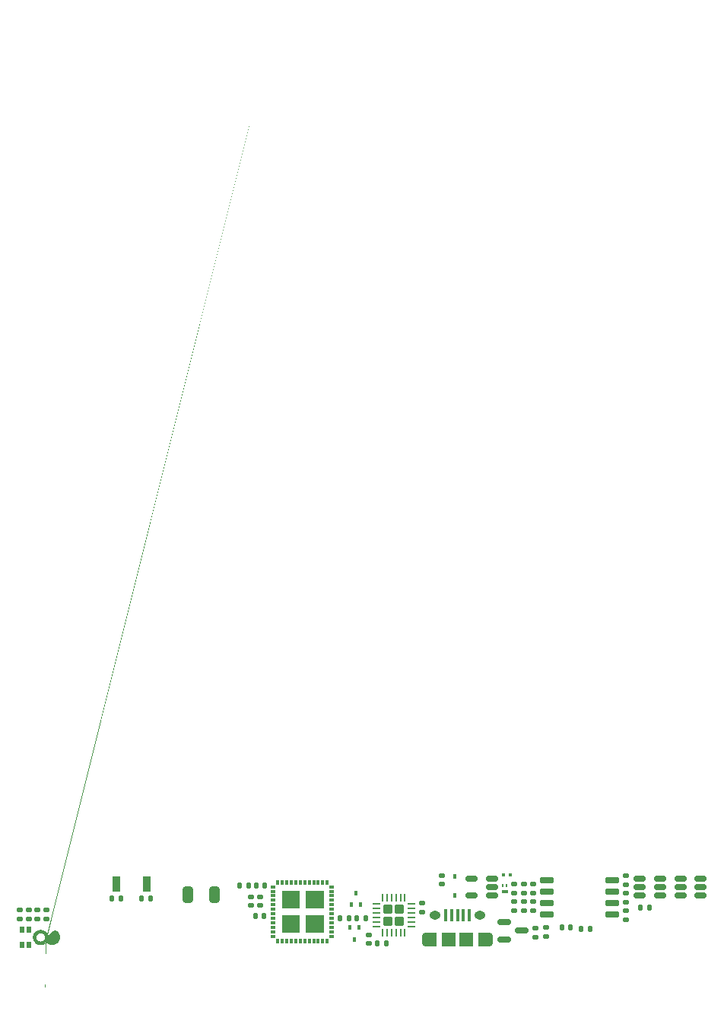
<source format=gbr>
%TF.GenerationSoftware,KiCad,Pcbnew,6.0.5-a6ca702e91~116~ubuntu22.04.1*%
%TF.CreationDate,2022-06-26T16:54:06-07:00*%
%TF.ProjectId,OSSG_v0p3,4f535347-5f76-4307-9033-2e6b69636164,v0.3*%
%TF.SameCoordinates,Original*%
%TF.FileFunction,Paste,Top*%
%TF.FilePolarity,Positive*%
%FSLAX46Y46*%
G04 Gerber Fmt 4.6, Leading zero omitted, Abs format (unit mm)*
G04 Created by KiCad (PCBNEW 6.0.5-a6ca702e91~116~ubuntu22.04.1) date 2022-06-26 16:54:06*
%MOMM*%
%LPD*%
G01*
G04 APERTURE LIST*
G04 Aperture macros list*
%AMRoundRect*
0 Rectangle with rounded corners*
0 $1 Rounding radius*
0 $2 $3 $4 $5 $6 $7 $8 $9 X,Y pos of 4 corners*
0 Add a 4 corners polygon primitive as box body*
4,1,4,$2,$3,$4,$5,$6,$7,$8,$9,$2,$3,0*
0 Add four circle primitives for the rounded corners*
1,1,$1+$1,$2,$3*
1,1,$1+$1,$4,$5*
1,1,$1+$1,$6,$7*
1,1,$1+$1,$8,$9*
0 Add four rect primitives between the rounded corners*
20,1,$1+$1,$2,$3,$4,$5,0*
20,1,$1+$1,$4,$5,$6,$7,0*
20,1,$1+$1,$6,$7,$8,$9,0*
20,1,$1+$1,$8,$9,$2,$3,0*%
%AMFreePoly0*
4,1,103,0.919391,0.822403,0.926250,0.818200,0.934269,0.817569,1.160851,0.702119,1.166075,0.696003,1.173507,0.692924,1.353325,0.513107,1.356403,0.505675,1.362519,0.500452,1.477969,0.273869,1.478600,0.265849,1.482803,0.258991,1.508245,0.098357,1.511543,0.091283,1.519917,0.075198,1.519565,0.074081,1.520059,0.073021,1.523152,0.002182,1.522358,0.000000,1.523152,-0.002182,
1.520059,-0.073021,1.519565,-0.074081,1.519917,-0.075198,1.511543,-0.091283,1.508245,-0.098357,1.482803,-0.258991,1.478600,-0.265849,1.477969,-0.273869,1.362519,-0.500452,1.356403,-0.505675,1.353325,-0.513107,1.173507,-0.692924,1.166075,-0.696003,1.160851,-0.702119,0.934269,-0.817569,0.926250,-0.818200,0.919391,-0.822403,0.668222,-0.862184,0.660400,-0.860306,0.652579,-0.862184,
0.401409,-0.822403,0.394551,-0.818200,0.386531,-0.817569,0.159948,-0.702119,0.154725,-0.696003,0.147293,-0.692925,-0.032524,-0.513107,-0.035603,-0.505675,-0.041719,-0.500451,-0.157169,-0.273869,-0.157800,-0.265850,-0.162003,-0.258991,-0.187445,-0.098355,-0.190741,-0.091288,-0.199117,-0.075198,-0.198765,-0.074081,-0.199259,-0.073021,-0.202352,-0.002181,-0.201558,0.000000,0.203023,0.000000,
0.225408,-0.141336,0.290375,-0.268841,0.391559,-0.370025,0.519062,-0.434992,0.660400,-0.457377,0.801736,-0.434992,0.929241,-0.370025,1.030425,-0.268841,1.095392,-0.141338,1.117777,0.000000,1.095392,0.141338,1.030425,0.268841,0.929241,0.370025,0.801736,0.434992,0.660400,0.457377,0.519062,0.434992,0.391559,0.370025,0.290375,0.268841,0.225408,0.141336,0.203023,0.000000,
-0.201558,0.000000,-0.202352,0.002181,-0.199259,0.073021,-0.198765,0.074081,-0.199117,0.075198,-0.190741,0.091288,-0.187445,0.098355,-0.162003,0.258991,-0.157800,0.265850,-0.157169,0.273869,-0.041719,0.500451,-0.035603,0.505675,-0.032524,0.513107,0.147293,0.692925,0.154725,0.696003,0.159948,0.702119,0.386531,0.817569,0.394551,0.818200,0.401409,0.822403,0.652579,0.862184,
0.660400,0.860306,0.668222,0.862184,0.919391,0.822403,0.919391,0.822403,$1*%
G04 Aperture macros list end*
%ADD10C,0.100000*%
%ADD11C,0.010000*%
%ADD12RoundRect,0.150000X0.512500X0.150000X-0.512500X0.150000X-0.512500X-0.150000X0.512500X-0.150000X0*%
%ADD13RoundRect,0.147500X-0.172500X0.147500X-0.172500X-0.147500X0.172500X-0.147500X0.172500X0.147500X0*%
%ADD14RoundRect,0.140000X0.170000X-0.140000X0.170000X0.140000X-0.170000X0.140000X-0.170000X-0.140000X0*%
%ADD15R,0.900000X1.700000*%
%ADD16R,0.400000X0.510000*%
%ADD17RoundRect,0.135000X0.135000X0.185000X-0.135000X0.185000X-0.135000X-0.185000X0.135000X-0.185000X0*%
%ADD18RoundRect,0.140000X-0.140000X-0.170000X0.140000X-0.170000X0.140000X0.170000X-0.140000X0.170000X0*%
%ADD19R,0.450000X0.600000*%
%ADD20RoundRect,0.140000X-0.170000X0.140000X-0.170000X-0.140000X0.170000X-0.140000X0.170000X0.140000X0*%
%ADD21RoundRect,0.135000X0.185000X-0.135000X0.185000X0.135000X-0.185000X0.135000X-0.185000X-0.135000X0*%
%ADD22RoundRect,0.250000X-0.325000X-0.650000X0.325000X-0.650000X0.325000X0.650000X-0.325000X0.650000X0*%
%ADD23R,0.522000X0.725000*%
%ADD24FreePoly0,180.000000*%
%ADD25RoundRect,0.140000X0.140000X0.170000X-0.140000X0.170000X-0.140000X-0.170000X0.140000X-0.170000X0*%
%ADD26RoundRect,0.079500X-0.079500X-0.100500X0.079500X-0.100500X0.079500X0.100500X-0.079500X0.100500X0*%
%ADD27RoundRect,0.014000X0.211000X0.161000X-0.211000X0.161000X-0.211000X-0.161000X0.211000X-0.161000X0*%
%ADD28RoundRect,0.014000X-0.161000X0.211000X-0.161000X-0.211000X0.161000X-0.211000X0.161000X0.211000X0*%
%ADD29RoundRect,0.014000X-0.211000X-0.161000X0.211000X-0.161000X0.211000X0.161000X-0.211000X0.161000X0*%
%ADD30RoundRect,0.014000X0.161000X-0.211000X0.161000X0.211000X-0.161000X0.211000X-0.161000X-0.211000X0*%
%ADD31RoundRect,0.135000X-0.185000X0.135000X-0.185000X-0.135000X0.185000X-0.135000X0.185000X0.135000X0*%
%ADD32O,1.250000X0.950000*%
%ADD33O,0.890000X1.550000*%
%ADD34R,0.400000X1.350000*%
%ADD35R,1.200000X1.550000*%
%ADD36R,1.500000X1.550000*%
%ADD37RoundRect,0.150000X0.650000X0.150000X-0.650000X0.150000X-0.650000X-0.150000X0.650000X-0.150000X0*%
%ADD38RoundRect,0.050000X-0.075000X0.150000X-0.075000X-0.150000X0.075000X-0.150000X0.075000X0.150000X0*%
%ADD39RoundRect,0.050000X-0.300000X0.150000X-0.300000X-0.150000X0.300000X-0.150000X0.300000X0.150000X0*%
%ADD40RoundRect,0.250000X0.275000X-0.275000X0.275000X0.275000X-0.275000X0.275000X-0.275000X-0.275000X0*%
%ADD41RoundRect,0.062500X0.062500X-0.350000X0.062500X0.350000X-0.062500X0.350000X-0.062500X-0.350000X0*%
%ADD42RoundRect,0.062500X0.350000X-0.062500X0.350000X0.062500X-0.350000X0.062500X-0.350000X-0.062500X0*%
%ADD43RoundRect,0.135000X-0.135000X-0.185000X0.135000X-0.185000X0.135000X0.185000X-0.135000X0.185000X0*%
%ADD44RoundRect,0.150000X-0.587500X-0.150000X0.587500X-0.150000X0.587500X0.150000X-0.587500X0.150000X0*%
G04 APERTURE END LIST*
%TO.C,U6*%
G36*
X85713769Y-81576981D02*
G01*
X85940352Y-81692431D01*
X86120169Y-81872248D01*
X86235619Y-82098831D01*
X86275400Y-82350000D01*
X86272307Y-82420840D01*
X85968667Y-82394275D01*
X85970600Y-82350000D01*
X85945737Y-82193019D01*
X85873581Y-82051405D01*
X85761195Y-81939019D01*
X85619581Y-81866863D01*
X85462600Y-81842000D01*
X85305619Y-81866863D01*
X85164005Y-81939019D01*
X85051619Y-82051405D01*
X84979463Y-82193019D01*
X84954600Y-82350000D01*
X84956533Y-82394275D01*
X84652893Y-82420840D01*
X84649800Y-82350000D01*
X84689581Y-82098831D01*
X84805031Y-81872248D01*
X84984848Y-81692431D01*
X85211431Y-81576981D01*
X85462600Y-81537200D01*
X85713769Y-81576981D01*
G37*
D10*
X85713769Y-81576981D02*
X85940352Y-81692431D01*
X86120169Y-81872248D01*
X86235619Y-82098831D01*
X86275400Y-82350000D01*
X86272307Y-82420840D01*
X85968667Y-82394275D01*
X85970600Y-82350000D01*
X85945737Y-82193019D01*
X85873581Y-82051405D01*
X85761195Y-81939019D01*
X85619581Y-81866863D01*
X85462600Y-81842000D01*
X85305619Y-81866863D01*
X85164005Y-81939019D01*
X85051619Y-82051405D01*
X84979463Y-82193019D01*
X84954600Y-82350000D01*
X84956533Y-82394275D01*
X84652893Y-82420840D01*
X84649800Y-82350000D01*
X84689581Y-82098831D01*
X84805031Y-81872248D01*
X84984848Y-81692431D01*
X85211431Y-81576981D01*
X85462600Y-81537200D01*
X85713769Y-81576981D01*
G36*
X86275400Y-82350000D02*
G01*
X86235619Y-82601169D01*
X86120169Y-82827752D01*
X85940352Y-83007569D01*
X85713769Y-83123019D01*
X85462600Y-83162800D01*
X85211431Y-83123019D01*
X84984848Y-83007569D01*
X84805031Y-82827752D01*
X84689581Y-82601169D01*
X84649800Y-82350000D01*
X84652893Y-82279160D01*
X84956533Y-82305725D01*
X84954600Y-82350000D01*
X84979463Y-82506981D01*
X85051619Y-82648595D01*
X85164005Y-82760981D01*
X85305619Y-82833137D01*
X85462600Y-82858000D01*
X85619581Y-82833137D01*
X85761195Y-82760981D01*
X85873581Y-82648595D01*
X85945737Y-82506981D01*
X85970600Y-82350000D01*
X85968667Y-82305725D01*
X86272307Y-82279160D01*
X86275400Y-82350000D01*
G37*
X86275400Y-82350000D02*
X86235619Y-82601169D01*
X86120169Y-82827752D01*
X85940352Y-83007569D01*
X85713769Y-83123019D01*
X85462600Y-83162800D01*
X85211431Y-83123019D01*
X84984848Y-83007569D01*
X84805031Y-82827752D01*
X84689581Y-82601169D01*
X84649800Y-82350000D01*
X84652893Y-82279160D01*
X84956533Y-82305725D01*
X84954600Y-82350000D01*
X84979463Y-82506981D01*
X85051619Y-82648595D01*
X85164005Y-82760981D01*
X85305619Y-82833137D01*
X85462600Y-82858000D01*
X85619581Y-82833137D01*
X85761195Y-82760981D01*
X85873581Y-82648595D01*
X85945737Y-82506981D01*
X85970600Y-82350000D01*
X85968667Y-82305725D01*
X86272307Y-82279160D01*
X86275400Y-82350000D01*
%TO.C,U1*%
G36*
X116955000Y-79105000D02*
G01*
X115045000Y-79105000D01*
X115045000Y-77195000D01*
X116955000Y-77195000D01*
X116955000Y-79105000D01*
G37*
D11*
X116955000Y-79105000D02*
X115045000Y-79105000D01*
X115045000Y-77195000D01*
X116955000Y-77195000D01*
X116955000Y-79105000D01*
G36*
X114255000Y-81805000D02*
G01*
X112345000Y-81805000D01*
X112345000Y-79895000D01*
X114255000Y-79895000D01*
X114255000Y-81805000D01*
G37*
X114255000Y-81805000D02*
X112345000Y-81805000D01*
X112345000Y-79895000D01*
X114255000Y-79895000D01*
X114255000Y-81805000D01*
G36*
X114255000Y-79105000D02*
G01*
X112345000Y-79105000D01*
X112345000Y-77195000D01*
X114255000Y-77195000D01*
X114255000Y-79105000D01*
G37*
X114255000Y-79105000D02*
X112345000Y-79105000D01*
X112345000Y-77195000D01*
X114255000Y-77195000D01*
X114255000Y-79105000D01*
G36*
X116955000Y-81805000D02*
G01*
X115045000Y-81805000D01*
X115045000Y-79895000D01*
X116955000Y-79895000D01*
X116955000Y-81805000D01*
G37*
X116955000Y-81805000D02*
X115045000Y-81805000D01*
X115045000Y-79895000D01*
X116955000Y-79895000D01*
X116955000Y-81805000D01*
%TD*%
D12*
%TO.C,Q1*%
X158981007Y-77745775D03*
X158981007Y-76795775D03*
X158981007Y-75845775D03*
X156706007Y-75845775D03*
X156706007Y-76795775D03*
X156706007Y-77745775D03*
%TD*%
D13*
%TO.C,D1*%
X140300000Y-76460000D03*
X140300000Y-77430000D03*
%TD*%
D14*
%TO.C,C18*%
X122000000Y-83080000D03*
X122000000Y-82120000D03*
%TD*%
D15*
%TO.C,SW1*%
X93900000Y-76400000D03*
X97300000Y-76400000D03*
%TD*%
D16*
%TO.C,Q3*%
X120074511Y-78754511D03*
X121074511Y-78754511D03*
X120574511Y-77464511D03*
%TD*%
D17*
%TO.C,R4*%
X153260000Y-79025000D03*
X152240000Y-79025000D03*
%TD*%
D18*
%TO.C,C1*%
X96745000Y-78065000D03*
X97705000Y-78065000D03*
%TD*%
D16*
%TO.C,Q2*%
X120915000Y-81305000D03*
X119915000Y-81305000D03*
X120415000Y-82595000D03*
%TD*%
D19*
%TO.C,D5*%
X131575000Y-75625000D03*
X131575000Y-77725000D03*
%TD*%
D20*
%TO.C,C16*%
X84150000Y-79340000D03*
X84150000Y-80300000D03*
%TD*%
D21*
%TO.C,R6*%
X86150000Y-80360000D03*
X86150000Y-79340000D03*
%TD*%
D14*
%TO.C,C7*%
X130150000Y-76455000D03*
X130150000Y-75495000D03*
%TD*%
D22*
%TO.C,AE1*%
X101867000Y-77612000D03*
X104817000Y-77612000D03*
%TD*%
D23*
%TO.C,U6*%
X83388600Y-83187747D03*
X84210600Y-83187747D03*
D24*
X86123000Y-82350000D03*
D23*
X84210600Y-81512253D03*
X83388600Y-81512253D03*
%TD*%
D25*
%TO.C,C4*%
X110360000Y-79980000D03*
X109400000Y-79980000D03*
%TD*%
D26*
%TO.C,R11*%
X137055000Y-75400000D03*
X137745000Y-75400000D03*
%TD*%
D12*
%TO.C,IC1*%
X154431007Y-77745775D03*
X154431007Y-76795775D03*
X154431007Y-75845775D03*
X152156007Y-75845775D03*
X152156007Y-76795775D03*
X152156007Y-77745775D03*
%TD*%
D27*
%TO.C,U1*%
X111385000Y-76750000D03*
X111385000Y-77250000D03*
X111385000Y-77750000D03*
X111385000Y-78250000D03*
X111385000Y-78750000D03*
X111385000Y-79250000D03*
X111385000Y-79750000D03*
X111385000Y-80250000D03*
X111385000Y-80750000D03*
X111385000Y-81250000D03*
X111385000Y-81750000D03*
X111385000Y-82250000D03*
D28*
X111900000Y-82765000D03*
X112400000Y-82765000D03*
X112900000Y-82765000D03*
X113400000Y-82765000D03*
X113900000Y-82765000D03*
X114400000Y-82765000D03*
X114900000Y-82765000D03*
X115400000Y-82765000D03*
X115900000Y-82765000D03*
X116400000Y-82765000D03*
X116900000Y-82765000D03*
X117400000Y-82765000D03*
D29*
X117915000Y-82250000D03*
X117915000Y-81750000D03*
X117915000Y-81250000D03*
X117915000Y-80750000D03*
X117915000Y-80250000D03*
X117915000Y-79750000D03*
X117915000Y-79250000D03*
X117915000Y-78750000D03*
X117915000Y-78250000D03*
X117915000Y-77750000D03*
X117915000Y-77250000D03*
X117915000Y-76750000D03*
D30*
X117400000Y-76235000D03*
X116900000Y-76235000D03*
X116400000Y-76235000D03*
X115900000Y-76235000D03*
X115400000Y-76235000D03*
X114900000Y-76235000D03*
X114400000Y-76235000D03*
X113900000Y-76235000D03*
X113400000Y-76235000D03*
X112900000Y-76235000D03*
X112400000Y-76235000D03*
X111900000Y-76235000D03*
%TD*%
D31*
%TO.C,R7*%
X85150000Y-79340000D03*
X85150000Y-80360000D03*
%TD*%
D12*
%TO.C,U3*%
X135737500Y-77725000D03*
X135737500Y-76775000D03*
X135737500Y-75825000D03*
X133462500Y-75825000D03*
X133462500Y-77725000D03*
%TD*%
D17*
%TO.C,R16*%
X146635000Y-81400000D03*
X145615000Y-81400000D03*
%TD*%
D21*
%TO.C,R9*%
X139300000Y-79400000D03*
X139300000Y-78380000D03*
%TD*%
D20*
%TO.C,C17*%
X140600000Y-81370000D03*
X140600000Y-82330000D03*
%TD*%
D32*
%TO.C,J1*%
X129400000Y-79900000D03*
D33*
X135400000Y-82600000D03*
X128400000Y-82600000D03*
D32*
X134400000Y-79900000D03*
D34*
X130600000Y-79900000D03*
X131250000Y-79900000D03*
X131900000Y-79900000D03*
X132550000Y-79900000D03*
X133200000Y-79900000D03*
D35*
X129000000Y-82600000D03*
D36*
X130900000Y-82600000D03*
X132900000Y-82600000D03*
D35*
X134800000Y-82600000D03*
%TD*%
D18*
%TO.C,C20*%
X143520000Y-81300000D03*
X144480000Y-81300000D03*
%TD*%
D31*
%TO.C,R13*%
X138225000Y-78380000D03*
X138225000Y-79400000D03*
%TD*%
D18*
%TO.C,C2*%
X109482500Y-76600000D03*
X110442500Y-76600000D03*
%TD*%
D21*
%TO.C,R8*%
X140300000Y-79400000D03*
X140300000Y-78380000D03*
%TD*%
D37*
%TO.C,U2*%
X149086075Y-79845000D03*
X149086075Y-78575000D03*
X149086075Y-77305000D03*
X149086075Y-76035000D03*
X141886075Y-76035000D03*
X141886075Y-77305000D03*
X141886075Y-78575000D03*
X141886075Y-79845000D03*
%TD*%
D20*
%TO.C,C12*%
X150686075Y-77475000D03*
X150686075Y-78435000D03*
%TD*%
D21*
%TO.C,R5*%
X150686075Y-80455000D03*
X150686075Y-79435000D03*
%TD*%
D17*
%TO.C,R2*%
X94460000Y-78090000D03*
X93440000Y-78090000D03*
%TD*%
D38*
%TO.C,Q4*%
X137400000Y-76625000D03*
X136950000Y-76625000D03*
D39*
X137175000Y-77325000D03*
%TD*%
D18*
%TO.C,C9*%
X123000000Y-83050000D03*
X123960000Y-83050000D03*
%TD*%
D13*
%TO.C,D2*%
X139300000Y-76460000D03*
X139300000Y-77430000D03*
%TD*%
D14*
%TO.C,C6*%
X109950000Y-78830000D03*
X109950000Y-77870000D03*
%TD*%
D40*
%TO.C,U4*%
X124150000Y-79250000D03*
X125450000Y-79250000D03*
X125450000Y-80550000D03*
X124150000Y-80550000D03*
D41*
X123550000Y-81837500D03*
X124050000Y-81837500D03*
X124550000Y-81837500D03*
X125050000Y-81837500D03*
X125550000Y-81837500D03*
X126050000Y-81837500D03*
D42*
X126737500Y-81150000D03*
X126737500Y-80650000D03*
X126737500Y-80150000D03*
X126737500Y-79650000D03*
X126737500Y-79150000D03*
X126737500Y-78650000D03*
D41*
X126050000Y-77962500D03*
X125550000Y-77962500D03*
X125050000Y-77962500D03*
X124550000Y-77962500D03*
X124050000Y-77962500D03*
X123550000Y-77962500D03*
D42*
X122862500Y-78650000D03*
X122862500Y-79150000D03*
X122862500Y-79650000D03*
X122862500Y-80150000D03*
X122862500Y-80650000D03*
X122862500Y-81150000D03*
%TD*%
D20*
%TO.C,C8*%
X127975000Y-78595000D03*
X127975000Y-79555000D03*
%TD*%
D43*
%TO.C,R14*%
X120690000Y-80270000D03*
X121710000Y-80270000D03*
%TD*%
D25*
%TO.C,C5*%
X108620000Y-76600000D03*
X107660000Y-76600000D03*
%TD*%
D44*
%TO.C,U5*%
X137142500Y-80690000D03*
X137142500Y-82590000D03*
X139017500Y-81640000D03*
%TD*%
D21*
%TO.C,R10*%
X141750000Y-82310000D03*
X141750000Y-81290000D03*
%TD*%
D20*
%TO.C,C15*%
X83200000Y-79340000D03*
X83200000Y-80300000D03*
%TD*%
D31*
%TO.C,R1*%
X150686075Y-75495000D03*
X150686075Y-76515000D03*
%TD*%
%TO.C,R12*%
X138225000Y-77450000D03*
X138225000Y-76430000D03*
%TD*%
D17*
%TO.C,R15*%
X119810000Y-80270000D03*
X118790000Y-80270000D03*
%TD*%
D14*
%TO.C,C3*%
X108950000Y-78830000D03*
X108950000Y-77870000D03*
%TD*%
M02*

</source>
